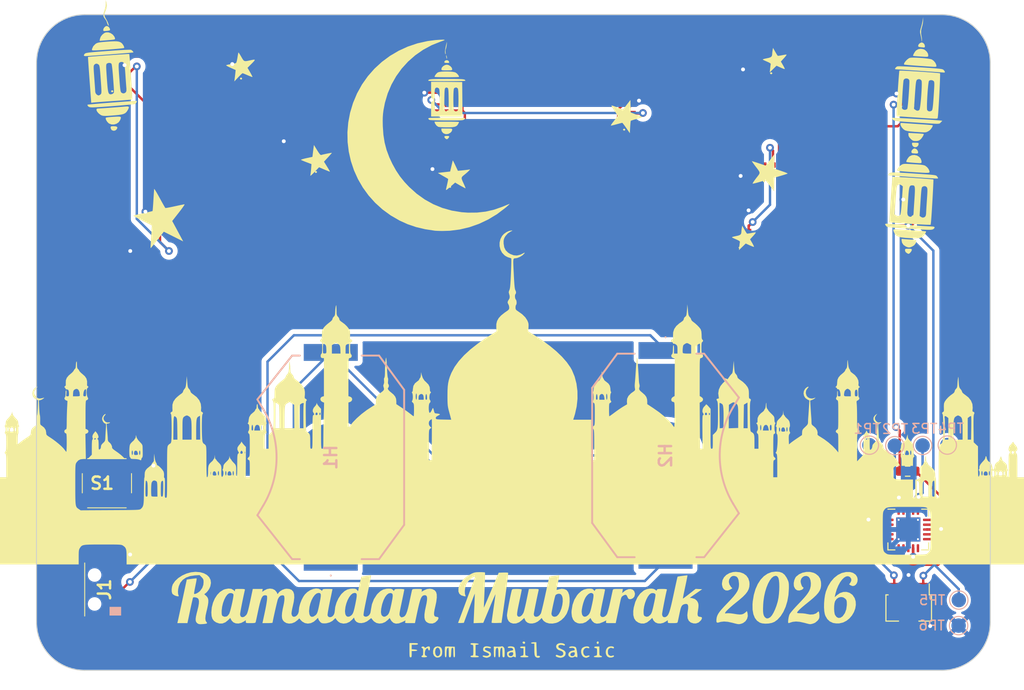
<source format=kicad_pcb>
(kicad_pcb (version 20241229) (generator "pcbnew") (generator_version "9.0")
  (title_block (title "Ramdan Card 2026") (comment 1 "By Ismail Sacic"))
  (layers (0 "F.Cu" signal) (2 "B.Cu" signal) (13 "F.Paste" user) (15 "B.Paste" user) (5 "F.SilkS" user "F.Silkscreen") (7 "B.SilkS" user "B.Silkscreen") (1 "F.Mask" user) (3 "B.Mask" user) (25 "Edge.Cuts" user))
  (net 0 "")
  (net 1 "Net-(D1-DOUT)")
  (net 2 "GND")
  (net 3 "Net-(D2-DOUT)")
  (net 4 "Net-(D3-DOUT)")
  (net 5 "Net-(D4-DOUT)")
  (net 6 "Net-(D5-DOUT)")
  (net 7 "Net-(D6-DOUT)")
  (net 8 "Net-(D7-DOUT)")
  (net 9 "Net-(D8-DOUT)")
  (net 10 "Net-(D10-DIN)")
  (net 11 "Net-(D13-DOUT)")
  (net 12 "Net-(D14-DOUT)")
  (net 13 "Net-(D15-DOUT)")
  (net 14 "+6V")
  (net 22 "Net-(U1-PA4)")
  (net 25 "Net-(U1-~{RESET}{slash}PB3)")
  (net 29 "Net-(U1-PA6)")
  (net 35 "Net-(D1-DIN)")
  (net 36 "Net-(U2-IN)")
  (net 37 "Net-(H1-Pad2)")
  (net 38 "Net-(J1-COM)")
  (net 39 "Net-(U1-AREF{slash}PA0)")
  (net 40 "Net-(S1-NO_1)")
  (net 41 "Net-(U1-PA5)")
  (footprint "Library:SK6805EC15" (layer "F.Cu") (at 149.0201 86.6192)
    (property "Reference" "D14" (hide yes))
    (property "Value" "SK6805" (hide yes))
    (pad "1" smd rect (at -0.475 0.475 90) (size 0.55 0.55) (layers "F.Cu" "F.Mask" "F.Paste") (net 11 "Net-(D13-DOUT)"))
    (pad "2" smd rect (at 0.475 0.475 90) (size 0.55 0.55) (layers "F.Cu" "F.Mask" "F.Paste") (net 14 "+6V"))
    (pad "3" smd rect (at 0.475 -0.475 90) (size 0.55 0.55) (layers "F.Cu" "F.Mask" "F.Paste") (net 12 "Net-(D14-DOUT)"))
    (pad "4" smd rect (at -0.475 -0.475 90) (size 0.55 0.55) (layers "F.Cu" "F.Mask" "F.Paste") (net 2 "GND"))
  )
  (footprint "Resistor_SMD:R_0603_1608Metric" (layer "F.Cu") (at 163.4447 117.8732 180)
    (property "Reference" "R1" (hide yes))
    (property "Value" "470" (hide yes))
    (pad "1" smd roundrect (at -0.825 0 180) (size 0.8 0.95) (layers "F.Cu" "F.Mask" "F.Paste") (net 39 "Net-(U1-AREF{slash}PA0)"))
    (pad "2" smd roundrect (at 0.825 0 180) (size 0.8 0.95) (layers "F.Cu" "F.Mask" "F.Paste") (net 35 "Net-(D1-DIN)"))
  )
  (footprint "Package_TO_SOT_SMD:SOT-89-3" (layer "F.Cu") (at 163.5542 132.0545 -90)
    (property "Reference" "U2" (hide yes))
    (property "Value" "L78L05_SOT89" (hide yes))
    (pad "1" smd rect (at -1.95 -1.5 270) (size 1.3 0.9) (layers "F.Cu" "F.Mask" "F.Paste") (net 14 "+6V"))
    (pad "2" smd custom (at -1.8625 0 270) (size 1.475 0.9) (layers "F.Cu" "F.Mask" "F.Paste") (net 2 "GND") (options (clearance outline) (anchor rect)) (primitives (gr_poly (pts (xy 3.8625 0.8665) (xy 0.7375 0.8665) (xy 0.7375 -0.8665) (xy 3.8625 -0.8665)) (width 0) (fill yes))))
    (pad "3" smd rect (at -1.95 1.5 270) (size 1.3 0.9) (layers "F.Cu" "F.Mask" "F.Paste") (net 36 "Net-(U2-IN)"))
  )
  (footprint "Library:SK3296S01L1" (layer "F.Cu") (at 80.4746 130.1393 -90)
    (property "Reference" "J1" (at 0 0.225 270) (layer "F.SilkS") (effects (font (size 1.27 1.27) (thickness 0.254))))
    (property "Value" "SK-3296S-01-L1" (hide yes))
    (pad "" np_thru_hole circle (at -1.5 1.25 270) (size 0.9 0.9) (drill 0.9) (layers "*.Cu" "*.Mask"))
    (pad "" np_thru_hole circle (at 1.5 1.25 270) (size 0.9 0.9) (drill 0.9) (layers "*.Cu" "*.Mask"))
    (pad "1" smd rect (at -2.25 -0.9 270) (size 0.9 1.2) (layers "F.Cu" "F.Mask" "F.Paste") (net 2 "GND"))
    (pad "2" smd rect (at 0.704838 -0.882602 270) (size 0.9 1.2) (layers "F.Cu" "F.Mask" "F.Paste") (net 38 "Net-(J1-COM)"))
    (pad "3" smd rect (at 2.25 -0.9 270) (size 0.9 1.2) (layers "F.Cu" "F.Mask" "B.SilkS" "F.Paste"))
    (pad "MP1" smd rect (at -3.8 0.15 270) (size 0.8 0.9) (layers "F.Cu" "F.Mask" "F.Paste"))
    (pad "MP2" smd rect (at 3.8 0.15 270) (size 0.8 0.9) (layers "F.Cu" "F.Mask" "F.Paste"))
    (pad "MP3" smd rect (at 3.8 2.35 270) (size 0.8 0.9) (layers "F.Cu" "F.Mask" "F.Paste"))
    (pad "MP4" smd rect (at -3.8 2.35 270) (size 0.8 0.9) (layers "F.Cu" "F.Mask" "F.Paste"))
  )
  (footprint "Graphics:RamadanV6" (layer "F.Cu") (at 122.5 103.5)
    (property "Reference" "G***" (hide yes))
    (property "Value" "LOGO" (hide yes))
  )
  (footprint "Library:SK6805EC15" (layer "F.Cu") (at 116.5 87.2008)
    (property "Reference" "D9" (hide yes))
    (property "Value" "SK6805" (hide yes))
    (pad "1" smd rect (at -0.475 0.475 90) (size 0.55 0.55) (layers "F.Cu" "F.Mask" "F.Paste") (net 9 "Net-(D8-DOUT)"))
    (pad "2" smd rect (at 0.475 0.475 90) (size 0.55 0.55) (layers "F.Cu" "F.Mask" "F.Paste") (net 14 "+6V"))
    (pad "3" smd rect (at 0.475 -0.475 90) (size 0.55 0.55) (layers "F.Cu" "F.Mask" "F.Paste") (net 10 "Net-(D10-DIN)"))
    (pad "4" smd rect (at -0.475 -0.475 90) (size 0.55 0.55) (layers "F.Cu" "F.Mask" "F.Paste") (net 2 "GND"))
  )
  (footprint "Library:SK6805EC15" (layer "F.Cu") (at 149.7606 75.4257)
    (property "Reference" "D2" (hide yes))
    (property "Value" "SK6805" (hide yes))
    (pad "1" smd rect (at -0.475 0.475 90) (size 0.55 0.55) (layers "F.Cu" "F.Mask" "F.Paste") (net 1 "Net-(D1-DOUT)"))
    (pad "2" smd rect (at 0.475 0.475 90) (size 0.55 0.55) (layers "F.Cu" "F.Mask" "F.Paste") (net 14 "+6V"))
    (pad "3" smd rect (at 0.475 -0.475 90) (size 0.55 0.55) (layers "F.Cu" "F.Mask" "F.Paste") (net 3 "Net-(D2-DOUT)"))
    (pad "4" smd rect (at -0.475 -0.475 90) (size 0.55 0.55) (layers "F.Cu" "F.Mask" "F.Paste") (net 2 "GND"))
  )
  (footprint "Library:SK6805EC15" (layer "F.Cu") (at 102.5988 85.6613)
    (property "Reference" "D8" (hide yes))
    (property "Value" "SK6805" (hide yes))
    (pad "1" smd rect (at -0.475 0.475 90) (size 0.55 0.55) (layers "F.Cu" "F.Mask" "F.Paste") (net 8 "Net-(D7-DOUT)"))
    (pad "2" smd rect (at 0.475 0.475 90) (size 0.55 0.55) (layers "F.Cu" "F.Mask" "F.Paste") (net 14 "+6V"))
    (pad "3" smd rect (at 0.475 -0.475 90) (size 0.55 0.55) (layers "F.Cu" "F.Mask" "F.Paste") (net 9 "Net-(D8-DOUT)"))
    (pad "4" smd rect (at -0.475 -0.475 90) (size 0.55 0.55) (layers "F.Cu" "F.Mask" "F.Paste") (net 2 "GND"))
  )
  (footprint "Package_DFN_QFN:QFN-20-1EP_4x4mm_P0.5mm_EP2.5x2.5mm_ThermalVias" (layer "F.Cu") (at 163.5104 123.9227)
    (property "Reference" "U1" (hide yes))
    (property "Value" "ATtiny44A-M" (hide yes))
    (pad "1" smd roundrect (at -1.9375 -1) (size 0.825 0.25) (layers "F.Cu" "F.Mask" "F.Paste") (net 22 "Net-(U1-PA4)"))
    (pad "2" smd roundrect (at -1.9375 -0.5) (size 0.825 0.25) (layers "F.Cu" "F.Mask" "F.Paste"))
    (pad "3" smd roundrect (at -1.9375 0) (size 0.825 0.25) (layers "F.Cu" "F.Mask" "F.Paste"))
    (pad "4" smd roundrect (at -1.9375 0.5) (size 0.825 0.25) (layers "F.Cu" "F.Mask" "F.Paste") (net 40 "Net-(S1-NO_1)"))
    (pad "5" smd roundrect (at -1.9375 1) (size 0.825 0.25) (layers "F.Cu" "F.Mask" "F.Paste") (net 39 "Net-(U1-AREF{slash}PA0)"))
    (pad "6" smd roundrect (at -1 1.9375) (size 0.25 0.825) (layers "F.Cu" "F.Mask" "F.Paste"))
    (pad "7" smd roundrect (at -0.5 1.9375) (size 0.25 0.825) (layers "F.Cu" "F.Mask" "F.Paste"))
    (pad "8" smd roundrect (at 0 1.9375) (size 0.25 0.825) (layers "F.Cu" "F.Mask" "F.Paste") (net 2 "GND"))
    (pad "9" smd roundrect (at 0.5 1.9375) (size 0.25 0.825) (layers "F.Cu" "F.Mask" "F.Paste") (net 14 "+6V"))
    (pad "10" smd roundrect (at 1 1.9375) (size 0.25 0.825) (layers "F.Cu" "F.Mask" "F.Paste"))
    (pad "11" smd roundrect (at 1.9375 1) (size 0.825 0.25) (layers "F.Cu" "F.Mask" "F.Paste"))
    (pad "12" smd roundrect (at 1.9375 0.5) (size 0.825 0.25) (layers "F.Cu" "F.Mask" "F.Paste"))
    (pad "13" smd roundrect (at 1.9375 0) (size 0.825 0.25) (layers "F.Cu" "F.Mask" "F.Paste") (net 25 "Net-(U1-~{RESET}{slash}PB3)"))
    (pad "14" smd roundrect (at 1.9375 -0.5) (size 0.825 0.25) (layers "F.Cu" "F.Mask" "F.Paste"))
    (pad "15" smd roundrect (at 1.9375 -1) (size 0.825 0.25) (layers "F.Cu" "F.Mask" "F.Paste"))
    (pad "16" smd roundrect (at 1 -1.9375) (size 0.25 0.825) (layers "F.Cu" "F.Mask" "F.Paste") (net 29 "Net-(U1-PA6)"))
    (pad "17" smd roundrect (at 0.5 -1.9375) (size 0.25 0.825) (layers "F.Cu" "F.Mask" "F.Paste"))
    (pad "18" smd roundrect (at 0 -1.9375) (size 0.25 0.825) (layers "F.Cu" "F.Mask" "F.Paste"))
    (pad "19" smd roundrect (at -0.5 -1.9375) (size 0.25 0.825) (layers "F.Cu" "F.Mask" "F.Paste"))
    (pad "20" smd roundrect (at -1 -1.9375) (size 0.25 0.825) (layers "F.Cu" "F.Mask" "F.Paste") (net 41 "Net-(U1-PA5)"))
    (pad "21" thru_hole circle (at -1 -1) (size 0.5 0.5) (drill 0.2) (layers "*.Cu") (net 2 "GND"))
    (pad "21" thru_hole circle (at -1 1) (size 0.5 0.5) (drill 0.2) (layers "*.Cu") (net 2 "GND"))
    (pad "21" smd rect (at 0 0) (size 2.5 2.5) (layers "F.Cu" "F.Mask") (net 2 "GND"))
    (pad "21" smd rect (at 0 0) (size 2.5 2.5) (layers "B.Cu") (net 2 "GND"))
    (pad "21" thru_hole circle (at 1 -1) (size 0.5 0.5) (drill 0.2) (layers "*.Cu") (net 2 "GND"))
    (pad "21" thru_hole circle (at 1 1) (size 0.5 0.5) (drill 0.2) (layers "*.Cu") (net 2 "GND"))
  )
  (footprint "Library:SK6805EC15" (layer "F.Cu") (at 134.529 81.2725)
    (property "Reference" "D3" (hide yes))
    (property "Value" "SK6805" (hide yes))
    (pad "1" smd rect (at -0.475 0.475 90) (size 0.55 0.55) (layers "F.Cu" "F.Mask" "F.Paste") (net 3 "Net-(D2-DOUT)"))
    (pad "2" smd rect (at 0.475 0.475 90) (size 0.55 0.55) (layers "F.Cu" "F.Mask" "F.Paste") (net 14 "+6V"))
    (pad "3" smd rect (at 0.475 -0.475 90) (size 0.55 0.55) (layers "F.Cu" "F.Mask" "F.Paste") (net 4 "Net-(D3-DOUT)"))
    (pad "4" smd rect (at -0.475 -0.475 90) (size 0.55 0.55) (layers "F.Cu" "F.Mask" "F.Paste") (net 2 "GND"))
  )
  (footprint "Library:SK6805EC15" (layer "F.Cu") (at 94.8482 75.9751)
    (property "Reference" "D5" (hide yes))
    (property "Value" "SK6805" (hide yes))
    (pad "1" smd rect (at -0.475 0.475 90) (size 0.55 0.55) (layers "F.Cu" "F.Mask" "F.Paste") (net 5 "Net-(D4-DOUT)"))
    (pad "2" smd rect (at 0.475 0.475 90) (size 0.55 0.55) (layers "F.Cu" "F.Mask" "F.Paste") (net 14 "+6V"))
    (pad "3" smd rect (at 0.475 -0.475 90) (size 0.55 0.55) (layers "F.Cu" "F.Mask" "F.Paste") (net 6 "Net-(D5-DOUT)"))
    (pad "4" smd rect (at -0.475 -0.475 90) (size 0.55 0.55) (layers "F.Cu" "F.Mask" "F.Paste") (net 2 "GND"))
  )
  (footprint "Library:SK6805EC15" (layer "F.Cu") (at 164.4626 78.8289)
    (property "Reference" "D1" (hide yes))
    (property "Value" "SK6805" (hide yes))
    (pad "1" smd rect (at -0.475 0.475 90) (size 0.55 0.55) (layers "F.Cu" "F.Mask" "F.Paste") (net 35 "Net-(D1-DIN)"))
    (pad "2" smd rect (at 0.475 0.475 90) (size 0.55 0.55) (layers "F.Cu" "F.Mask" "F.Paste") (net 14 "+6V"))
    (pad "3" smd rect (at 0.475 -0.475 90) (size 0.55 0.55) (layers "F.Cu" "F.Mask" "F.Paste") (net 1 "Net-(D1-DOUT)"))
    (pad "4" smd rect (at -0.475 -0.475 90) (size 0.55 0.55) (layers "F.Cu" "F.Mask" "F.Paste") (net 2 "GND"))
  )
  (footprint "Library:TS1187ABAB" (layer "F.Cu") (at 80.4994 119.1243)
    (property "Reference" "S1" (at -0.5 0 0) (layer "F.SilkS") (effects (font (size 1.27 1.27) (thickness 0.254))))
    (property "Value" "TS-1187A-B-A-B" (hide yes))
    (pad "A1" smd rect (at -3 -1.875 90) (size 0.75 1) (layers "F.Cu" "F.Mask" "F.Paste") (net 2 "GND"))
    (pad "B1" smd rect (at 3 -1.875 90) (size 0.75 1) (layers "F.Cu" "F.Mask" "F.Paste") (net 2 "GND"))
    (pad "C1" smd rect (at -3 1.875 90) (size 0.75 1) (layers "F.Cu" "F.Mask" "F.Paste") (net 40 "Net-(S1-NO_1)"))
    (pad "D1" smd rect (at 3 1.875 90) (size 0.75 1) (layers "F.Cu" "F.Mask" "F.Paste") (net 40 "Net-(S1-NO_1)"))
  )
  (footprint "Library:SK6805EC15" (layer "F.Cu") (at 146.5 93.5)
    (property "Reference" "D15" (hide yes))
    (property "Value" "SK6805" (hide yes))
    (pad "1" smd rect (at -0.475 0.475 90) (size 0.55 0.55) (layers "F.Cu" "F.Mask" "F.Paste") (net 11 "Net-(D13-DOUT)"))
    (pad "2" smd rect (at 0.475 0.475 90) (size 0.55 0.55) (layers "F.Cu" "F.Mask" "F.Paste") (net 14 "+6V"))
    (pad "3" smd rect (at 0.475 -0.475 90) (size 0.55 0.55) (layers "F.Cu" "F.Mask" "F.Paste") (net 12 "Net-(D14-DOUT)"))
    (pad "4" smd rect (at -0.475 -0.475 90) (size 0.55 0.55) (layers "F.Cu" "F.Mask" "F.Paste") (net 2 "GND"))
  )
  (footprint "Library:SK6805EC15" (layer "F.Cu") (at 86.475 92.025)
    (property "Reference" "D7" (hide yes))
    (property "Value" "SK6805" (hide yes))
    (pad "1" smd rect (at -0.475 0.475 90) (size 0.55 0.55) (layers "F.Cu" "F.Mask" "F.Paste") (net 7 "Net-(D6-DOUT)"))
    (pad "2" smd rect (at 0.475 0.475 90) (size 0.55 0.55) (layers "F.Cu" "F.Mask" "F.Paste") (net 14 "+6V"))
    (pad "3" smd rect (at 0.475 -0.475 90) (size 0.55 0.55) (layers "F.Cu" "F.Mask" "F.Paste") (net 8 "Net-(D7-DOUT)"))
    (pad "4" smd rect (at -0.475 -0.475 90) (size 0.55 0.55) (layers "F.Cu" "F.Mask" "F.Paste") (net 2 "GND"))
  )
  (footprint "Library:SK6805EC15" (layer "F.Cu") (at 116.248 79.3799)
    (property "Reference" "D4" (hide yes))
    (property "Value" "SK6805" (hide yes))
    (pad "1" smd rect (at -0.475 0.475 90) (size 0.55 0.55) (layers "F.Cu" "F.Mask" "F.Paste") (net 4 "Net-(D3-DOUT)"))
    (pad "2" smd rect (at 0.475 0.475 90) (size 0.55 0.55) (layers "F.Cu" "F.Mask" "F.Paste") (net 14 "+6V"))
    (pad "3" smd rect (at 0.475 -0.475 90) (size 0.55 0.55) (layers "F.Cu" "F.Mask" "F.Paste") (net 5 "Net-(D4-DOUT)"))
    (pad "4" smd rect (at -0.475 -0.475 90) (size 0.55 0.55) (layers "F.Cu" "F.Mask" "F.Paste") (net 2 "GND"))
  )
  (footprint "Library:SK6805EC15" (layer "F.Cu") (at 81.5 77.2947)
    (property "Reference" "D6" (hide yes))
    (property "Value" "SK6805" (hide yes))
    (pad "1" smd rect (at -0.475 0.475 90) (size 0.55 0.55) (layers "F.Cu" "F.Mask" "F.Paste") (net 6 "Net-(D5-DOUT)"))
    (pad "2" smd rect (at 0.475 0.475 90) (size 0.55 0.55) (layers "F.Cu" "F.Mask" "F.Paste") (net 14 "+6V"))
    (pad "3" smd rect (at 0.475 -0.475 90) (size 0.55 0.55) (layers "F.Cu" "F.Mask" "F.Paste") (net 7 "Net-(D6-DOUT)"))
    (pad "4" smd rect (at -0.475 -0.475 90) (size 0.55 0.55) (layers "F.Cu" "F.Mask" "F.Paste") (net 2 "GND"))
  )
  (footprint "Library:SK6805EC15" (layer "F.Cu") (at 164.4187 90.2646)
    (property "Reference" "D16" (hide yes))
    (property "Value" "SK6805" (hide yes))
    (pad "1" smd rect (at -0.475 0.475 90) (size 0.55 0.55) (layers "F.Cu" "F.Mask" "F.Paste") (net 13 "Net-(D15-DOUT)"))
    (pad "2" smd rect (at 0.475 0.475 90) (size 0.55 0.55) (layers "F.Cu" "F.Mask" "F.Paste") (net 14 "+6V"))
    (pad "3" smd rect (at 0.475 -0.475 90) (size 0.55 0.55) (layers "F.Cu" "F.Mask" "F.Paste"))
    (pad "4" smd rect (at -0.475 -0.475 90) (size 0.55 0.55) (layers "F.Cu" "F.Mask" "F.Paste") (net 2 "GND"))
  )
  (footprint "TestPoint:TestPoint_Pad_D1.5mm" (layer "B.Cu") (at 162.1138 115.2297 180)
    (property "Reference" "TP2" (at -0.027766 1.728335 0) (layer "B.SilkS") (effects (justify mirror)))
    (property "Value" "TestPoint2" (hide yes))
    (pad "1" smd circle (at 0 0 180) (size 1.5 1.5) (layers "B.Cu" "B.Mask") (net 41 "Net-(U1-PA5)"))
  )
  (footprint "TestPoint:TestPoint_Pad_D1.5mm" (layer "B.Cu") (at 164.992 115.2098 180)
    (property "Reference" "TP3" (at -0.176132 1.739183 0) (layer "B.SilkS") (effects (justify mirror)))
    (property "Value" "TestPoint3" (hide yes))
    (pad "1" smd circle (at 0 0 180) (size 1.5 1.5) (layers "B.Cu" "B.Mask") (net 29 "Net-(U1-PA6)"))
  )
  (footprint "TestPoint:TestPoint_Pad_D1.5mm" (layer "B.Cu") (at 159.4818 115.1791 180)
    (property "Reference" "TP1" (at 0.274518 1.693093 0) (layer "B.SilkS") (effects (justify mirror)))
    (property "Value" "TestPoint1" (hide yes))
    (pad "1" smd circle (at 0 0 180) (size 1.5 1.5) (layers "B.Cu" "B.Mask") (net 22 "Net-(U1-PA4)"))
  )
  (footprint "TestPoint:TestPoint_Pad_D1.5mm" (layer "B.Cu") (at 168.7234 133.8811 180)
    (property "Reference" "TP6" (at 2.78709 0.008275 0) (layer "B.SilkS") (effects (justify mirror)))
    (property "Value" "TestPoint6" (hide yes))
    (pad "1" smd circle (at 0 0 180) (size 1.5 1.5) (layers "B.Cu" "B.Mask") (net 2 "GND"))
  )
  (footprint "Library:MY203208" (layer "B.Cu") (at 103.6888 116.4418 90)
    (property "Reference" "H1" (at 0 0 90) (layer "B.SilkS") (effects (font (size 1.27 1.27) (thickness 0.254)) (justify mirror)))
    (property "Value" "MY-2032-08" (hide yes))
    (pad "1" smd circle (at 0 0 90) (size 7 7) (layers "B.Cu" "B.Mask" "B.Paste") (net 36 "Net-(U2-IN)"))
    (pad "2" smd rect (at -10.875 0 90) (size 1.75 5.6) (layers "B.Cu" "B.Mask" "B.Paste") (net 37 "Net-(H1-Pad2)"))
    (pad "2" smd rect (at 10.875 0 90) (size 1.75 5.6) (layers "B.Cu" "B.Mask" "B.Paste") (net 37 "Net-(H1-Pad2)"))
  )
  (footprint "TestPoint:TestPoint_Pad_D1.5mm" (layer "B.Cu") (at 168.7439 131.2341 180)
    (property "Reference" "TP5" (at 2.761485 -0.01164 0) (layer "B.SilkS") (effects (justify mirror)))
    (property "Value" "TestPoint5" (hide yes))
    (pad "1" smd circle (at 0 0 180) (size 1.5 1.5) (layers "B.Cu" "B.Mask") (net 14 "+6V"))
  )
  (footprint "TestPoint:TestPoint_Pad_D1.5mm" (layer "B.Cu") (at 167.5525 115.1688 180)
    (property "Reference" "TP4" (at -0.380974 1.728941 0) (layer "B.SilkS") (effects (justify mirror)))
    (property "Value" "TestPoint4" (hide yes))
    (pad "1" smd circle (at 0 0 180) (size 1.5 1.5) (layers "B.Cu" "B.Mask") (net 25 "Net-(U1-~{RESET}{slash}PB3)"))
  )
  (footprint "Library:MY203208" (layer "B.Cu") (at 138.3642 116.2429 -90)
    (property "Reference" "H2" (at 0 0 90) (layer "B.SilkS") (effects (font (size 1.27 1.27) (thickness 0.254)) (justify mirror)))
    (property "Value" "MY-2032-08" (hide yes))
    (pad "1" smd circle (at 0 0 270) (size 7 7) (layers "B.Cu" "B.Mask" "B.Paste") (net 37 "Net-(H1-Pad2)"))
    (pad "2" smd rect (at -10.875 0 270) (size 1.75 5.6) (layers "B.Cu" "B.Mask" "B.Paste") (net 38 "Net-(J1-COM)"))
    (pad "2" smd rect (at 10.875 0 270) (size 1.75 5.6) (layers "B.Cu" "B.Mask" "B.Paste") (net 38 "Net-(J1-COM)"))
  )
  (gr_line (start 172.009027 75.54824) (end 172.009027 133.52) (stroke (width 0.1)) (layer "Edge.Cuts"))
  (gr_arc (start 73.202279 75.548154) (mid 74.666746 72.012621) (end 78.202279 70.548154) (stroke (width 0.1)) (layer "Edge.Cuts"))
  (gr_line (start 73.202279 75.548154) (end 73.202279 133.519994) (stroke (width 0.1)) (layer "Edge.Cuts"))
  (gr_arc (start 78.202279 138.519994) (mid 74.666758 137.055523) (end 73.202279 133.519994) (stroke (width 0.1)) (layer "Edge.Cuts"))
  (gr_line (start 167.009027 70.548154) (end 78.202279 70.548154) (stroke (width 0.1)) (layer "Edge.Cuts"))
  (gr_arc (start 172.009027 133.519994) (mid 170.544568 137.055549) (end 167.009027 138.519994) (stroke (width 0.1)) (layer "Edge.Cuts"))
  (gr_arc (start 167.009027 70.548154) (mid 170.544522 72.012635) (end 172.009027 75.548154) (stroke (width 0.1)) (layer "Edge.Cuts"))
  (gr_line (start 78.202279 138.519994) (end 167.009027 138.519994) (stroke (width 0.1)) (layer "Edge.Cuts"))
  (segment (start 149.2856 75.9007) (end 149.2856 76.5024) (width 0.25) (layer "F.Cu") (net 1))
  (segment (start 163.1482 76.5024) (end 149.2856 76.5024) (width 0.25) (layer "F.Cu") (net 1))
  (segment (start 164.9376 78.3539) (end 164.9376 78.2918) (width 0.25) (layer "F.Cu") (net 1))
  (segment (start 164.9376 78.2918) (end 163.1482 76.5024) (width 0.25) (layer "F.Cu") (net 1))
  (segment (start 113.3778 78.6408) (end 113.4256 78.6408) (width 0.25) (layer "F.Cu") (net 2))
  (segment (start 82.9176 95.0516) (end 82.6016 95.0516) (width 0.25) (layer "F.Cu") (net 2))
  (segment (start 114.9072 78.6408) (end 115.1713 78.9049) (width 0.25) (layer "F.Cu") (net 2))
  (segment (start 116.025 86.7258) (end 115.4233 86.7258) (width 0.25) (layer "F.Cu") (net 2))
  (segment (start 146.3919 76.2288) (end 147.67 74.9507) (width 0.25) (layer "F.Cu") (net 2))
  (segment (start 146.1439 87.2698) (end 147.2695 86.1442) (width 0.25) (layer "F.Cu") (net 2))
  (segment (start 163.554 129.4235) (end 163.554 128.655) (width 0.25) (layer "F.Cu") (net 2))
  (segment (start 135.2913 79.4656) (end 134.054 80.7029) (width 0.25) (layer "F.Cu") (net 2))
  (segment (start 81.4539 127.889) (end 81.3749 127.889) (width 0.25) (layer "F.Cu") (net 2))
  (segment (start 84.8229 90.9746) (end 85.3983 91.55) (width 0.25) (layer "F.Cu") (net 2))
  (segment (start 163.5542 129.4237) (end 163.5542 130.192) (width 0.25) (layer "F.Cu") (net 2))
  (segment (start 113.4256 78.6408) (end 113.3778 78.6408) (width 0.25) (layer "F.Cu") (net 2))
  (segment (start 82.6724 117.249) (end 82.6727 117.2493) (width 0.25) (layer "F.Cu") (net 2))
  (segment (start 163.51 125.86) (end 163.51 124.8915) (width 0.25) (layer "F.Cu") (net 2))
  (segment (start 163.2658 89.7134) (end 163.342 89.7896) (width 0.25) (layer "F.Cu") (net 2))
  (segment (start 115.2576 86.5601) (end 115.4233 86.7258) (width 0.25) (layer "F.Cu") (net 2))
  (segment (start 81.5331 127.889) (end 82.907 126.515) (width 0.25) (layer "F.Cu") (net 2))
  (segment (start 102.1238 85.1863) (end 101.5221 85.1863) (width 0.25) (layer "F.Cu") (net 2))
  (segment (start 114.2227 86.5601) (end 115.2576 86.5601) (width 0.25) (layer "F.Cu") (net 2))
  (segment (start 113.3778 78.6408) (end 114.9072 78.6408) (width 0.25) (layer "F.Cu") (net 2))
  (segment (start 146.025 91.7805) (end 146.025 93.025) (width 0.25) (layer "F.Cu") (net 2))
  (segment (start 162.669 78.3539) (end 163.9876 78.3539) (width 0.25) (layer "F.Cu") (net 2))
  (segment (start 78.3264 117.249) (end 82.6724 117.249) (width 0.25) (layer "F.Cu") (net 2))
  (segment (start 77.4994 117.249) (end 78.3264 117.249) (width 0.25) (layer "F.Cu") (net 2))
  (segment (start 163.9437 89.7896) (end 163.342 89.7896) (width 0.25) (layer "F.Cu") (net 2))
  (segment (start 163.5104 124.8919) (end 163.5104 125.8602) (width 0.25) (layer "F.Cu") (net 2))
  (segment (start 146.9682 90.8373) (end 146.025 91.7805) (width 0.25) (layer "F.Cu") (net 2))
  (segment (start 162.2911 78.7318) (end 162.669 78.3539) (width 0.25) (layer "F.Cu") (net 2))
  (segment (start 134.054 80.7029) (end 134.054 80.7975) (width 0.25) (layer "F.Cu") (net 2))
  (segment (start 100.0087 83.6729) (end 101.5221 85.1863) (width 0.25) (layer "F.Cu") (net 2))
  (segment (start 163.554 128.655) (end 163.536 128.638) (width 0.25) (layer "F.Cu") (net 2))
  (segment (start 163.51 124.8915) (end 163.51 124.4072) (width 0.25) (layer "F.Cu") (net 2))
  (segment (start 93.5974 75.6742) (end 93.7715 75.5001) (width 0.25) (layer "F.Cu") (net 2))
  (segment (start 163.51 124.4072) (end 163.51 123.923) (width 0.25) (layer "F.Cu") (net 2))
  (segment (start 163.554 131.707) (end 163.554 129.4235) (width 0.25) (layer "F.Cu") (net 2))
  (segment (start 165.777 133.93) (end 163.554 131.707) (width 0.25) (layer "F.Cu") (net 2))
  (segment (start 82.6016 95.0516) (end 81.05 93.5) (width 0.25) (layer "F.Cu") (net 2))
  (segment (start 163.51 124.8915) (end 163.5104 124.8919) (width 0.25) (layer "F.Cu") (net 2))
  (segment (start 163.51 124.4072) (end 163.5104 124.4068) (width 0.25) (layer "F.Cu") (net 2))
  (segment (start 147.2695 86.1442) (end 148.5451 86.1442) (width 0.25) (layer "F.Cu") (net 2))
  (segment (start 81.05 93.5) (end 81 93.5) (width 0.25) (layer "F.Cu") (net 2))
  (segment (start 84.4867 90.9746) (end 84.8229 90.9746) (width 0.25) (layer "F.Cu") (net 2))
  (segment (start 98.8203 83.6729) (end 100.0087 83.6729) (width 0.25) (layer "F.Cu") (net 2))
  (segment (start 93.486 75.6742) (end 93.5974 75.6742) (width 0.25) (layer "F.Cu") (net 2))
  (segment (start 163.554 129.4235) (end 163.5542 129.4237) (width 0.25) (layer "F.Cu") (net 2))
  (segment (start 162.5104 124.9227) (end 163.4788 124.9227) (width 0.25) (layer "F.Cu") (net 2))
  (segment (start 82.6724 117.249) (end 85.2706 117.249) (width 0.25) (layer "F.Cu") (net 2))
  (segment (start 81.4539 127.889) (end 81.5331 127.889) (width 0.25) (layer "F.Cu") (net 2))
  (segment (start 83.4994 117.2493) (end 82.6727 117.2493) (width 0.25) (layer "F.Cu") (net 2))
  (segment (start 78.3264 117.249) (end 78.3261 117.2493) (width 0.25) (layer "F.Cu") (net 2))
  (segment (start 94.3732 75.5001) (end 93.7715 75.5001) (width 0.25) (layer "F.Cu") (net 2))
  (segment (start 147.67 74.9507) (end 149.2856 74.9507) (width 0.25) (layer "F.Cu") (net 2))
  (segment (start 81 93.45) (end 81.05 93.5) (width 0.25) (layer "F.Cu") (net 2))
  (segment (start 77.4994 117.2493) (end 78.3261 117.2493) (width 0.25) (layer "F.Cu") (net 2))
  (segment (start 82.3251 75.784) (end 81.9575 75.784) (width 0.25) (layer "F.Cu") (net 2))
  (segment (start 81.025 76.7165) (end 81.025 76.8197) (width 0.25) (layer "F.Cu") (net 2))
  (segment (start 81.3746 127.889) (end 81.4539 127.889) (width 0.25) (layer "F.Cu") (net 2))
  (segment (start 115.773 78.9049) (end 115.1713 78.9049) (width 0.25) (layer "F.Cu") (net 2))
  (segment (start 135.6177 79.4656) (end 135.2913 79.4656) (width 0.25) (layer "F.Cu") (net 2))
  (segment (start 81.9575 75.784) (end 81.025 76.7165) (width 0.25) (layer "F.Cu") (net 2))
  (segment (start 163.5104 124.4068) (end 163.5104 123.9227) (width 0.25) (layer "F.Cu") (net 2))
  (segment (start 163.4788 124.9227) (end 163.51 124.8915) (width 0.25) (layer "F.Cu") (net 2))
  (segment (start 86 91.55) (end 85.3983 91.55) (width 0.25) (layer "F.Cu") (net 2))
  (segment (start 81.3749 127.889) (end 81.3746 127.8893) (width 0.25) (layer "F.Cu") (net 2))
  (segment (start 85.2706 117.249) (end 85.3187 117.297) (width 0.25) (layer "F.Cu") (net 2))
  (segment (start 162.9903 89.7134) (end 163.2658 89.7134) (width 0.25) (layer "F.Cu") (net 2))
  (via (at 135.6177 79.4656) (size 0.8) (drill 0.4) (layers "F.Cu" "B.Cu") (net 2))
  (via (at 114.2227 86.5601) (size 0.8) (drill 0.4) (layers "F.Cu" "B.Cu") (net 2))
  (via (at 113.3778 78.6408) (size 0.8) (drill 0.4) (layers "F.Cu" "B.Cu") (net 2))
  (via (at 165.777 133.93) (size 0.8) (drill 0.4) (layers "F.Cu" "B.Cu") (net 2))
  (via (at 162.2911 78.7318) (size 0.8) (drill 0.4) (layers "F.Cu" "B.Cu") (net 2))
  (via (at 98.8203 83.6729) (size 0.8) (drill 0.4) (layers "F.Cu" "B.Cu") (net 2))
  (via (at 146.1439 87.2698) (size 0.8) (drill 0.4) (layers "F.Cu" "B.Cu") (net 2))
  (via (at 162.9903 89.7134) (size 0.8) (drill 0.4) (layers "F.Cu" "B.Cu") (net 2))
  (via (at 82.907 126.515) (size 0.8) (drill 0.4) (layers "F.Cu" "B.Cu") (net 2))
  (via (at 146.9682 90.8373) (size 0.8) (drill 0.4) (layers "F.Cu" "B.Cu") (net 2))
  (via (at 82.3251 75.784) (size 0.8) (drill 0.4) (layers "F.Cu" "B.Cu") (net 2))
  (via (at 163.536 128.638) (size 0.8) (drill 0.4) (layers "F.Cu" "B.Cu") (net 2))
  (via (at 84.4867 90.9746) (size 0.8) (drill 0.4) (layers "F.Cu" "B.Cu") (net 2))
  (via (at 85.3187 117.297) (size 0.8) (drill 0.4) (layers "F.Cu" "B.Cu") (net 2))
  (via (at 82.9176 95.0516) (size 0.8) (drill 0.4) (layers "F.Cu" "B.Cu") (net 2))
  (via (at 93.486 75.6742) (size 0.8) (drill 0.4) (layers "F.Cu" "B.Cu") (net 2))
  (via (at 146.3919 76.2288) (size 0.8) (drill 0.4) (layers "F.Cu" "B.Cu") (net 2))
  (segment (start 165.825 133.881) (end 165.777 133.93) (width 0.25) (layer "B.Cu") (net 2))
  (segment (start 150.2356 74.349) (end 139.4855 74.349) (width 0.25) (layer "F.Cu") (net 3))
  (segment (start 133.4523 80.3822) (end 133.4523 81.7475) (width 0.25) (layer "F.Cu") (net 3))
  (segment (start 134.054 81.7475) (end 133.4523 81.7475) (width 0.25) (layer "F.Cu") (net 3))
  (segment (start 150.2356 74.9507) (end 150.2356 74.349) (width 0.25) (layer "F.Cu") (net 3))
  (segment (start 139.4855 74.349) (end 133.4523 80.3822) (width 0.25) (layer "F.Cu") (net 3))
  (segment (start 135.004 80.7975) (end 135.6057 80.7975) (width 0.25) (layer "F.Cu") (net 4))
  (segment (start 114.5555 79.8549) (end 114.0967 79.3961) (width 0.25) (layer "F.Cu") (net 4))
  (segment (start 136.0235 80.744) (end 135.6592 80.744) (width 0.25) (layer "F.Cu") (net 4))
  (segment (start 115.773 79.8549) (end 114.5555 79.8549) (width 0.25) (layer "F.Cu") (net 4))
  (segment (start 135.6592 80.744) (end 135.6057 80.7975) (width 0.25) (layer "F.Cu") (net 4))
  (via (at 136.0235 80.744) (size 0.8) (drill 0.4) (layers "F.Cu" "B.Cu") (net 4))
  (via (at 114.0967 79.3961) (size 0.8) (drill 0.4) (layers "F.Cu" "B.Cu") (net 4))
  (segment (start 115.4446 80.744) (end 136.0235 80.744) (width 0.25) (layer "B.Cu") (net 4))
  (segment (start 114.0967 79.3961) (end 115.4446 80.744) (width 0.25) (layer "B.Cu") (net 4))
  (segment (start 117.1045 79.0949) (end 117.067 79.0574) (width 0.25) (layer "F.Cu") (net 5))
  (segment (start 116.723 78.9049) (end 116.723 78.3032) (width 0.25) (layer "F.Cu") (net 5))
  (segment (start 116.913 79.0949) (end 116.723 78.9049) (width 0.25) (layer "F.Cu") (net 5))
  (segment (start 117.142 79.1324) (end 117.1045 79.0949) (width 0.25) (layer "F.Cu") (net 5))
  (segment (start 94.3732 76.4501) (end 94.3732 77.0518) (width 0.25) (layer "F.Cu") (net 5))
  (segment (start 116.723 78.3032) (end 115.4716 77.0518) (width 0.25) (layer "F.Cu") (net 5))
  (segment (start 117.1045 79.0949) (end 116.913 79.0949) (width 0.25) (layer "F.Cu") (net 5))
  (segment (start 115.4716 77.0518) (end 94.3732 77.0518) (width 0.25) (layer "F.Cu") (net 5))
  (segment (start 81.025 77.7697) (end 80.4233 77.7697) (width 0.25) (layer "F.Cu") (net 6))
  (segment (start 81.8946 74.8984) (end 80.4233 76.3697) (width 0.25) (layer "F.Cu") (net 6))
  (segment (start 95.3232 74.8984) (end 81.8946 74.8984) (width 0.25) (layer "F.Cu") (net 6))
  (segment (start 80.4233 76.3697) (end 80.4233 77.7697) (width 0.25) (layer "F.Cu") (net 6))
  (segment (start 95.3232 75.5001) (end 95.3232 74.8984) (width 0.25) (layer "F.Cu") (net 6))
  (segment (start 83.5976 75.9177) (end 83.4787 75.9177) (width 0.25) (layer "F.Cu") (net 7))
  (segment (start 86 92.5) (end 86 94.1242) (width 0.25) (layer "F.Cu") (net 7))
  (segment (start 86 94.1242) (end 86.9274 95.0516) (width 0.25) (layer "F.Cu") (net 7))
  (segment (start 81.975 76.8197) (end 82.5767 76.8197) (width 0.25) (layer "F.Cu") (net 7))
  (segment (start 83.4787 75.9177) (end 82.5767 76.8197) (width 0.25) (layer "F.Cu") (net 7))
  (via (at 86.9274 95.0516) (size 0.8) (drill 0.4) (layers "F.Cu" "B.Cu") (net 7))
  (via (at 83.5976 75.9177) (size 0.8) (drill 0.4) (layers "F.Cu" "B.Cu") (net 7))
  (segment (start 83.5976 91.7218) (end 83.5976 75.9177) (width 0.25) (layer "B.Cu") (net 7))
  (segment (start 86.9274 95.0516) (end 83.5976 91.7218) (width 0.25) (layer "B.Cu") (net 7))
  (segment (start 86.95 91.55) (end 87.5517 91.55) (width 0.25) (layer "F.Cu") (net 8))
  (segment (start 102.1238 86.1363) (end 92.9654 86.1363) (width 0.25) (layer "F.Cu") (net 8))
  (segment (start 92.9654 86.1363) (end 87.5517 91.55) (width 0.25) (layer "F.Cu") (net 8))
  (segment (start 116.025 87.6758) (end 112.4868 87.6758) (width 0.25) (layer "F.Cu") (net 9))
  (segment (start 109.9973 85.1863) (end 103.0738 85.1863) (width 0.25) (layer "F.Cu") (net 9))
  (segment (start 112.4868 87.6758) (end 109.9973 85.1863) (width 0.25) (layer "F.Cu") (net 9))
  (segment (start 148.5451 87.6959) (end 145.4233 90.8177) (width 0.25) (layer "F.Cu") (net 11))
  (segment (start 146.025 93.975) (end 145.4233 93.975) (width 0.25) (layer "F.Cu") (net 11))
  (segment (start 145.4233 90.8177) (end 145.4233 93.975) (width 0.25) (layer "F.Cu") (net 11))
  (segment (start 148.5451 87.0942) (end 148.5451 87.6959) (width 0.25) (layer "F.Cu") (net 11))
  (segment (start 146.975 93.025) (end 146.975 92.4233) (width 0.25) (layer "F.Cu") (net 12))
  (segment (start 149.4951 86.1442) (end 149.4951 84.6554) (width 0.25) (layer "F.Cu") (net 12))
  (segment (start 149.4951 84.6554) (end 149.1857 84.346) (width 0.25) (layer "F.Cu") (net 12))
  (segment (start 147.3926 92.0493) (end 147.0186 92.4233) (width 0.25) (layer "F.Cu") (net 12))
  (segment (start 147.0186 92.4233) (end 146.975 92.4233) (width 0.25) (layer "F.Cu") (net 12))
  (via (at 147.3926 92.0493) (size 0.8) (drill 0.4) (layers "F.Cu" "B.Cu") (net 12))
  (via (at 149.1857 84.346) (size 0.8) (drill 0.4) (layers "F.Cu" "B.Cu") (net 12))
  (segment (start 149.1857 90.2562) (end 147.3926 92.0493) (width 0.25) (layer "B.Cu") (net 12))
  (segment (start 149.1857 84.346) (end 149.1857 90.2562) (width 0.25) (layer "B.Cu") (net 12))
  (segment (start 81.975 77.7697) (end 82.5767 77.7697) (width 0.25) (layer "F.Cu") (net 14))
  (segment (start 117.1625 87.6758) (end 117.5767 87.6758) (width 0.25) (layer "F.Cu") (net 14))
  (segment (start 165.054 129.4105) (end 165.0542 129.4107) (width 0.25) (layer "F.Cu") (net 14))
  (segment (start 117.5767 82.3492) (end 117.5767 80.7411) (width 0.25) (layer "F.Cu") (net 14))
  (segment (start 164.01 126.305) (end 164.01 126.75) (width 0.25) (layer "F.Cu") (net 14))
  (segment (start 164.01 125.86) (end 164.01 126.305) (width 0.25) (layer "F.Cu") (net 14))
  (segment (start 150.1224 86.813) (end 150.1224 82.1225) (width 0.25) (layer "F.Cu") (net 14))
  (segment (start 165.2385 79.3039) (end 162.4199 82.1225) (width 0.25) (layer "F.Cu") (net 14))
  (segment (start 115.5436 76.4501) (end 117.6395 78.546) (width 0.25) (layer "F.Cu") (net 14))
  (segment (start 165.2385 79.3039) (end 165.5393 79.3039) (width 0.25) (layer "F.Cu") (net 14))
  (segment (start 95.3232 76.4501) (end 115.5436 76.4501) (width 0.25) (layer "F.Cu") (net 14))
  (segment (start 135.004 81.7475) (end 135.004 82.3492) (width 0.25) (layer "F.Cu") (net 14))
  (segment (start 155.4234 92.4208) (end 152.2772 89.2745) (width 0.25) (layer "F.Cu") (net 14))
  (segment (start 86.95 92.5) (end 97.3118 92.5) (width 0.25) (layer "F.Cu") (net 14))
  (segment (start 164.8937 91.3413) (end 163.8142 92.4208) (width 0.25) (layer "F.Cu") (net 14))
  (segment (start 163.8142 92.4208) (end 163.5089 92.4208) (width 0.25) (layer "F.Cu") (net 14))
  (segment (start 117.3247 80.4891) (end 117.3247 79.8549) (width 0.25) (layer "F.Cu") (net 14))
  (segment (start 164.8937 90.7396) (end 164.8937 91.3413) (width 0.25) (layer "F.Cu") (net 14))
  (segment (start 105.8264 88.2872) (end 103.6755 86.1363) (width 0.25) (layer "F.Cu") (net 14))
  (segment (start 146.975 93.975) (end 147.5767 93.975) (width 0.25) (layer "F.Cu") (net 14))
  (segment (start 163.5089 92.4208) (end 155.4234 92.4208) (width 0.25) (layer "F.Cu") (net 14))
  (segment (start 165.5393 77.8819) (end 163.5581 75.9007) (width 0.25) (layer "F.Cu") (net 14))
  (segment (start 165.0542 129.4107) (end 165.0542 130.1045) (width 0.25) (layer "F.Cu") (net 14))
  (segment (start 103.0738 86.1363) (end 103.6755 86.1363) (width 0.25) (layer "F.Cu") (net 14))
  (segment (start 163.5581 75.9007) (end 150.2356 75.9007) (width 0.25) (layer "F.Cu") (net 14))
  (segment (start 135.9807 82.1225) (end 135.6057 81.7475) (width 0.25) (layer "F.Cu") (net 14))
  (segment (start 117.6395 79.5401) (end 117.3247 79.8549) (width 0.25) (layer "F.Cu") (net 14))
  (segment (start 82.5767 77.7697) (end 85.2961 80.4891) (width 0.25) (layer "F.Cu") (net 14))
  (segment (start 165.054 130.104) (end 165.054 129.4105) (width 0.25) (layer "F.Cu") (net 14))
  (segment (start 85.2961 80.4891) (end 117.3247 80.4891) (width 0.25) (layer "F.Cu") (net 14))
  (segment (start 164.01 126.305) (end 164.0104 126.3046) (width 0.25) (layer "F.Cu") (net 14))
  (segment (start 117.6395 78.546) (end 117.6395 79.5401) (width 0.25) (layer "F.Cu") (net 14))
  (segment (start 117.5767 80.7411) (end 117.3247 80.4891) (width 0.25) (layer "F.Cu") (net 14))
  (segment (start 117.5767 87.6758) (end 117.5767 82.3492) (width 0.25) (layer "F.Cu") (net 14))
  (segment (start 149.8412 87.0942) (end 150.0968 87.0942) (width 0.25) (layer "F.Cu") (net 14))
  (segment (start 97.3118 92.5) (end 103.6755 86.1363) (width 0.25) (layer "F.Cu") (net 14))
  (segment (start 117.5767 82.3492) (end 135.004 82.3492) (width 0.25) (layer "F.Cu") (net 14))
  (segment (start 152.2772 89.2745) (end 150.0968 87.0942) (width 0.25) (layer "F.Cu") (net 14))
  (segment (start 147.5767 93.975) (end 152.2772 89.2745) (width 0.25) (layer "F.Cu") (net 14))
  (segment (start 149.796 87.0942) (end 149.8412 87.0942) (width 0.25) (layer "F.Cu") (net 14))
  (segment (start 162.4199 82.1225) (end 150.1224 82.1225) (width 0.25) (layer "F.Cu") (net 14))
  (segment (start 164.01 126.75) (end 164.013 126.753) (width 0.25) (layer "F.Cu") (net 14))
  (segment (start 165.054 128.717) (end 165.069 128.703) (width 0.25) (layer "F.Cu") (net 14))
  (segment (start 116.5511 88.2872) (end 105.8264 88.2872) (width 0.25) (layer "F.Cu") (net 14))
  (segment (start 150.1224 82.1225) (end 135.9807 82.1225) (width 0.25) (layer "F.Cu") (net 14))
  (segment (start 149.4951 87.0942) (end 149.796 87.0942) (width 0.25) (layer "F.Cu") (net 14))
  (segment (start 117.1625 87.6758) (end 116.5511 88.2872) (width 0.25) (layer "F.Cu") (net 14))
  (segment (start 164.9376 79.3039) (end 165.2385 79.3039) (width 0.25) (layer "F.Cu") (net 14))
  (segment (start 135.004 81.7475) (end 135.6057 81.7475) (width 0.25) (layer "F.Cu") (net 14))
  (segment (start 116.975 87.6758) (end 117.1625 87.6758) (width 0.25) (layer "F.Cu") (net 14))
  (segment (start 165.5393 79.3039) (end 165.5393 77.8819) (width 0.25) (layer "F.Cu") (net 14))
  (segment (start 116.723 79.8549) (end 117.3247 79.8549) (width 0.25) (layer "F.Cu") (net 14))
  (segment (start 164.0104 126.3046) (end 164.0104 125.8602) (width 0.25) (layer "F.Cu") (net 14))
  (segment (start 165.054 129.4105) (end 165.054 128.717) (width 0.25) (layer "F.Cu") (net 14))
  (segment (start 149.8412 87.0942) (end 150.1224 86.813) (width 0.25) (layer "F.Cu") (net 14))
  (via (at 163.5089 92.4208) (size 0.8) (drill 0.4) (layers "F.Cu" "B.Cu") (net 14))
  (via (at 165.069 128.703) (size 0.8) (drill 0.4) (layers "F.Cu" "B.Cu") (net 14))
  (via (at 164.013 126.753) (size 0.8) (drill 0.4) (layers "F.Cu" "B.Cu") (net 14))
  (segment (start 166.1084 126.2783) (end 166.1084 95.0203) (width 0.25) (layer "B.Cu") (net 14))
  (segment (start 165.6337 126.753) (end 166.853 126.753) (width 0.25) (layer "B.Cu") (net 14))
  (segment (start 166.936 126.836) (end 170.767 123.005) (width 0.25) (layer "B.Cu") (net 14))
  (segment (start 168.7439 130.6686) (end 168.7439 131.2341) (width 0.25) (layer "B.Cu") (net 14))
  (segment (start 166.853 126.753) (end 166.936 126.836) (width 0.25) (layer "B.Cu") (net 14))
  (segment (start 166.206 127.565) (end 166.936 126.836) (width 0.25) (layer "B.Cu") (net 14))
  (segment (start 168.744 130.6685) (end 168.744 130.103) (width 0.25) (layer "B.Cu") (net 14))
  (segment (start 168.744 130.6685) (end 168.7439 130.6686) (width 0.25) (layer "B.Cu") (net 14))
  (segment (start 166.1084 95.0203) (end 163.5089 92.4208) (width 0.25) (layer "B.Cu") (net 14))
  (segment (start 165.069 128.703) (end 166.206 127.565) (width 0.25) (layer "B.Cu") (net 14))
  (segment (start 165.6337 126.753) (end 166.1084 126.2783) (width 0.25) (layer "B.Cu") (net 14))
  (segment (start 168.744 131.234) (end 168.744 130.6685) (width 0.25) (layer "B.Cu") (net 14))
  (segment (start 168.744 130.103) (end 166.206 127.565) (width 0.25) (layer "B.Cu") (net 14))
  (segment (start 164.013 126.753) (end 165.6337 126.753) (width 0.25) (layer "B.Cu") (net 14))
  (segment (start 161.542 122.891) (end 161.5575 122.907) (width 0.25) (layer "F.Cu") (net 22))
  (segment (start 159.384 122.891) (end 161.542 122.891) (width 0.25) (layer "F.Cu") (net 22))
  (segment (start 161.5575 122.907) (end 161.573 122.923) (width 0.25) (layer "F.Cu") (net 22))
  (segment (start 161.5728 122.9227) (end 161.5729 122.9227) (width 0.25) (layer "F.Cu") (net 22))
  (segment (start 161.5728 122.9223) (end 161.5728 122.9227) (width 0.25) (layer "F.Cu") (net 22))
  (segment (start 161.5575 122.907) (end 161.5728 122.9223) (width 0.25) (layer "F.Cu") (net 22))
  (via (at 159.384 122.891) (size 0.8) (drill 0.4) (layers "F.Cu" "B.Cu") (net 22))
  (segment (start 159.482 122.794) (end 159.384 122.891) (width 0.25) (layer "B.Cu") (net 22))
  (segment (start 159.4818 118.159) (end 159.482 118.1592) (width 0.25) (layer "B.Cu") (net 22))
  (segment (start 159.482 115.179) (end 159.482 118.1592) (width 0.25) (layer "B.Cu") (net 22))
  (segment (start 159.482 118.1592) (end 159.482 122.794) (width 0.25) (layer "B.Cu") (net 22))
  (segment (start 159.4818 115.1791) (end 159.4818 118.159) (width 0.25) (layer "B.Cu") (net 22))
  (segment (start 165.4479 123.9227) (end 165.448 123.9228) (width 0.25) (layer "F.Cu") (net 25))
  (segment (start 166.907 123.864) (end 166.849 123.923) (width 0.25) (layer "F.Cu") (net 25))
  (segment (start 165.448 123.9228) (end 165.448 123.923) (width 0.25) (layer "F.Cu") (net 25))
  (segment (start 166.849 123.923) (end 165.448 123.923) (width 0.25) (layer "F.Cu") (net 25))
  (via (at 166.907 123.864) (size 0.8) (drill 0.4) (layers "F.Cu" "B.Cu") (net 25))
  (segment (start 167.553 119.194) (end 167.553 123.219) (width 0.25) (layer "B.Cu") (net 25))
  (segment (start 167.553 115.169) (end 167.553 119.194) (width 0.25) (layer "B.Cu") (net 25))
  (segment (start 167.553 123.219) (end 166.907 123.864) (width 0.25) (layer "B.Cu") (net 25))
  (segment (start 167.5525 119.1935) (end 167.5525 115.1688) (width 0.25) (layer "B.Cu") (net 25))
  (segment (start 167.553 119.194) (end 167.5525 119.1935) (width 0.25) (layer "B.Cu") (net 25))
  (segment (start 164.546 121.949) (end 164.5104 121.9846) (width 0.25) (layer "F.Cu") (net 29))
  (segment (start 164.5104 121.9846) (end 164.5104 121.9852) (width 0.25) (layer "F.Cu") (net 29))
  (segment (start 164.582 121.913) (end 164.546 121.949) (width 0.25) (layer "F.Cu") (net 29))
  (segment (start 164.546 121.949) (end 164.51 121.985) (width 0.25) (layer "F.Cu") (net 29))
  (segment (start 164.582 120.536) (end 164.582 121.913) (width 0.25) (layer "F.Cu") (net 29))
  (via (at 164.582 120.536) (size 0.8) (drill 0.4) (layers "F.Cu" "B.Cu") (net 29))
  (segment (start 164.992 115.2098) (end 164.992 115.21) (width 0.25) (layer "B.Cu") (net 29))
  (segment (start 164.992 115.21) (end 164.992 120.126) (width 0.25) (layer "B.Cu") (net 29))
  (segment (start 164.992 120.126) (end 164.582 120.536) (width 0.25) (layer "B.Cu") (net 29))
  (segment (start 162.8114 79.8784) (end 163.3859 79.3039) (width 0.25) (layer "F.Cu") (net 35))
  (segment (start 162.6197 113.6703) (end 162.2491 113.2997) (width 0.25) (layer "F.Cu") (net 35))
  (segment (start 162.6197 117.8732) (end 162.6197 113.6703) (width 0.25) (layer "F.Cu") (net 35))
  (segment (start 163.9876 79.3039) (end 163.3859 79.3039) (width 0.25) (layer "F.Cu") (net 35))
  (segment (start 161.9898 79.8784) (end 162.8114 79.8784) (width 0.25) (layer "F.Cu") (net 35))
  (via (at 162.2491 113.2997) (size 0.8) (drill 0.4) (layers "F.Cu" "B.Cu") (net 35))
  (via (at 161.9898 79.8784) (size 0.8) (drill 0.4) (layers "F.Cu" "B.Cu") (net 35))
  (segment (start 162.2491 113.2997) (end 161.9898 113.0404) (width 0.25) (layer "B.Cu") (net 35))
  (segment (start 161.9898 113.0404) (end 161.9898 79.8784) (width 0.25) (layer "B.Cu") (net 35))
  (segment (start 162.054 128.701) (end 162.017 128.664) (width 0.25) (layer "F.Cu") (net 36))
  (segment (start 162.0542 130.1045) (end 162.054 130.1043) (width 0.25) (layer "F.Cu") (net 36))
  (segment (start 162.054 130.1043) (end 162.054 130.104) (width 0.25) (layer "F.Cu") (net 36))
  (segment (start 162.054 130.104) (end 162.054 128.701) (width 0.25) (layer "F.Cu") (net 36))
  (via (at 162.017 128.664) (size 0.8) (drill 0.4) (layers "F.Cu" "B.Cu") (net 36))
  (segment (start 103.6888 116.4418) (end 103.689 116.442) (width 0.25) (layer "B.Cu") (net 36))
  (segment (start 156.193 122.839) (end 110.086 122.839) (width 0.25) (layer "B.Cu") (net 36))
  (segment (start 110.086 122.839) (end 103.689 116.442) (width 0.25) (layer "B.Cu") (net 36))
  (segment (start 162.017 128.664) (end 156.193 122.839) (width 0.25) (layer "B.Cu") (net 36))
  (segment (start 103.6888 127.3168) (end 100.5621 127.3168) (width 0.25) (layer "B.Cu") (net 37))
  (segment (start 99.8638 109.392) (end 103.689 105.567) (width 0.25) (layer "B.Cu") (net 37))
  (segment (start 103.689 127.317) (end 101.7764 125.4045) (width 0.25) (layer "B.Cu") (net 37))
  (segment (start 138.3641 116.2429) (end 138.364 116.243) (width 0.25) (layer "B.Cu") (net 37))
  (segment (start 103.6888 105.5668) (end 103.689 105.567) (width 0.25) (layer "B.Cu") (net 37))
  (segment (start 99.8638 123.492) (end 99.8638 109.392) (width 0.25) (layer "B.Cu") (net 37))
  (segment (start 101.7764 125.4045) (end 99.8638 123.492) (width 0.25) (layer "B.Cu") (net 37))
  (segment (start 103.689 105.567) (end 114.365 116.243) (width 0.25) (layer "B.Cu") (net 37))
  (segment (start 101.7764 125.4045) (end 101.3985 125.4045) (width 0.25) (layer "B.Cu") (net 37))
  (segment (start 114.365 116.243) (end 138.364 116.243) (width 0.25) (layer "B.Cu") (net 37))
  (segment (start 101.3985 125.4045) (end 100.5621 126.2409) (width 0.25) (layer "B.Cu") (net 37))
  (segment (start 100.5621 126.2409) (end 100.5621 127.3168) (width 0.25) (layer "B.Cu") (net 37))
  (segment (start 138.3642 116.2429) (end 138.3641 116.2429) (width 0.25) (layer "B.Cu") (net 37))
  (segment (start 82.8833 129.357) (end 82.844 129.357) (width 0.25) (layer "F.Cu") (net 38))
  (segment (start 81.3572 130.8441) (end 81.3572 130.844) (width 0.25) (layer "F.Cu") (net 38))
  (segment (start 82.844 129.357) (end 81.3572 130.844) (width 0.25) (layer "F.Cu") (net 38))
  (segment (start 82.8514 129.389) (end 82.8833 129.357) (width 0.25) (layer "F.Cu") (net 38))
  (via (at 82.8833 129.357) (size 0.8) (drill 0.4) (layers "F.Cu" "B.Cu") (net 38))
  (segment (start 136.784 103.787) (end 138.364 105.368) (width 0.25) (layer "B.Cu") (net 38))
  (segment (start 97.1356 118.979) (end 97.1356 106.522) (width 0.25) (layer "B.Cu") (net 38))
  (segment (start 136.22 129.262) (end 100.39 129.262) (width 0.25) (layer "B.Cu") (net 38))
  (segment (start 100.39 129.262) (end 97.1356 126.008) (width 0.25) (layer "B.Cu") (net 38))
  (segment (start 138.3641 105.3679) (end 138.364 105.368) (width 0.25) (layer "B.Cu") (net 38))
  (segment (start 82.9145 129.389) (end 82.8833 129.357) (width 0.25) (layer "B.Cu") (net 38))
  (segment (start 82.8833 129.357) (end 93.2619 118.979) (width 0.25) (layer "B.Cu") (net 38))
  (segment (start 138.3642 105.3679) (end 138.3641 105.3679) (width 0.25) (layer "B.Cu") (net 38))
  (segment (start 93.2619 118.979) (end 97.1356 118.979) (width 0.25) (layer "B.Cu") (net 38))
  (segment (start 99.8697 103.787) (end 136.784 103.787) (width 0.25) (layer "B.Cu") (net 38))
  (segment (start 97.1356 126.008) (end 97.1356 118.979) (width 0.25) (layer "B.Cu") (net 38))
  (segment (start 97.1356 106.522) (end 99.8697 103.787) (width 0.25) (layer "B.Cu") (net 38))
  (segment (start 138.364 127.118) (end 136.22 129.262) (width 0.25) (layer "B.Cu") (net 38))
  (segment (start 138.3642 127.1179) (end 138.3641 127.1179) (width 0.25) (layer "B.Cu") (net 38))
  (segment (start 138.3641 127.1179) (end 138.364 127.118) (width 0.25) (layer "B.Cu") (net 38))
  (segment (start 167.827 121.431) (end 167.827 126.347) (width 0.25) (layer "F.Cu") (net 39))
  (segment (start 161.5729 124.9227) (end 161.573 124.9228) (width 0.25) (layer "F.Cu") (net 39))
  (segment (start 161.573 126.337) (end 161.573 124.923) (width 0.25) (layer "F.Cu") (net 39))
  (segment (start 162.811 127.575) (end 161.573 126.337) (width 0.25) (layer "F.Cu") (net 39))
  (segment (start 161.573 124.9228) (end 161.573 124.923) (width 0.25) (layer "F.Cu") (net 39))
  (segment (start 164.2697 117.8732) (end 164.2698 117.8732) (width 0.25) (layer "F.Cu") (net 39))
  (segment (start 164.2698 117.8732) (end 164.27 117.873) (width 0.25) (layer "F.Cu") (net 39))
  (segment (start 164.27 117.873) (end 167.827 121.431) (width 0.25) (layer "F.Cu") (net 39))
  (segment (start 166.6 127.575) (end 162.811 127.575) (width 0.25) (layer "F.Cu") (net 39))
  (segment (start 167.827 126.347) (end 166.6 127.575) (width 0.25) (layer "F.Cu") (net 39))
  (segment (start 161.5726 124.423) (end 161.5729 124.4227) (width 0.25) (layer "F.Cu") (net 40))
  (segment (start 161.012 124.423) (end 158.597 126.838) (width 0.25) (layer "F.Cu") (net 40))
  (segment (start 77.4994 120.9993) (end 78.3261 120.9993) (width 0.25) (layer "F.Cu") (net 40))
  (segment (start 161.2925 124.423) (end 161.5726 124.423) (width 0.25) (layer "F.Cu") (net 40))
  (segment (start 158.597 126.838) (end 88.0962 126.838) (width 0.25) (layer "F.Cu") (net 40))
  (segment (start 77.4994 120.999) (end 78.3264 120.999) (width 0.25) (layer "F.Cu") (net 40))
  (segment (start 88.0962 126.838) (end 83.4994 122.241) (width 0.25) (layer "F.Cu") (net 40))
  (segment (start 161.2925 124.423) (end 161.012 124.423) (width 0.25) (layer "F.Cu") (net 40))
  (segment (start 78.3264 120.999) (end 83.4994 120.999) (width 0.25) (layer "F.Cu") (net 40))
  (segment (start 83.4994 122.241) (end 83.4994 120.9993) (width 0.25) (layer "F.Cu") (net 40))
  (segment (start 161.573 124.423) (end 161.2925 124.423) (width 0.25) (layer "F.Cu") (net 40))
  (segment (start 83.4994 120.999) (end 83.4994 120.9993) (width 0.25) (layer "F.Cu") (net 40))
  (segment (start 78.3264 120.999) (end 78.3261 120.9993) (width 0.25) (layer "F.Cu") (net 40))
  (segment (start 162.51 121.3105) (end 162.5104 121.3109) (width 0.25) (layer "F.Cu") (net 41))
  (segment (start 162.51 121.985) (end 162.51 121.3105) (width 0.25) (layer "F.Cu") (net 41))
  (segment (start 162.5104 121.3109) (end 162.5104 121.9852) (width 0.25) (layer "F.Cu") (net 41))
  (segment (start 162.51 120.636) (end 162.536 120.611) (width 0.25) (layer "F.Cu") (net 41))
  (segment (start 162.51 121.3105) (end 162.51 120.636) (width 0.25) (layer "F.Cu") (net 41))
  (via (at 162.536 120.611) (size 0.8) (drill 0.4) (layers "F.Cu" "B.Cu") (net 41))
  (segment (start 162.114 120.188) (end 162.536 120.611) (width 0.25) (layer "B.Cu") (net 41))
  (segment (start 162.114 117.709) (end 162.1138 117.7088) (width 0.25) (layer "B.Cu") (net 41))
  (segment (start 162.114 117.709) (end 162.114 120.188) (width 0.25) (layer "B.Cu") (net 41))
  (segment (start 162.1138 117.7088) (end 162.1138 115.2297) (width 0.25) (layer "B.Cu") (net 41))
  (segment (start 162.114 115.23) (end 162.114 117.709) (width 0.25) (layer "B.Cu") (net 41))
  (zone (net 2) (net_name "GND") (layer "B.Cu") (connect_pads (clearance 0.5)) (min_thickness 0.25) (fill yes (thermal_gap 0.5) (thermal_bridge_width 0.5))
    (polygon (pts (xy 72.274622 70.05198) (xy 172.371741 69.70199) (xy 173.188385 140.549966) (xy 72.5 140)))
  )
)
</source>
